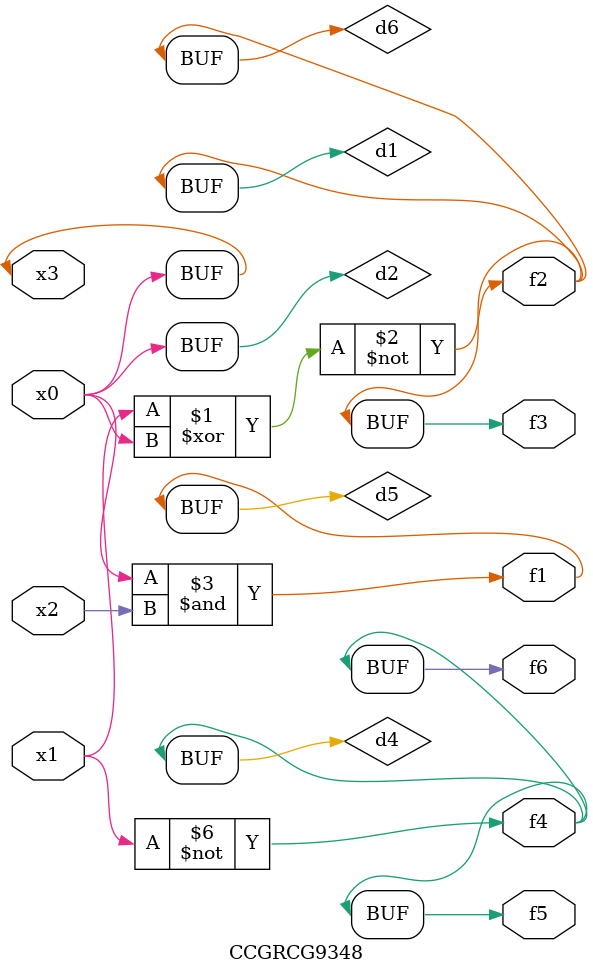
<source format=v>
module CCGRCG9348(
	input x0, x1, x2, x3,
	output f1, f2, f3, f4, f5, f6
);

	wire d1, d2, d3, d4, d5, d6;

	xnor (d1, x1, x3);
	buf (d2, x0, x3);
	nand (d3, x0, x2);
	not (d4, x1);
	nand (d5, d3);
	or (d6, d1);
	assign f1 = d5;
	assign f2 = d6;
	assign f3 = d6;
	assign f4 = d4;
	assign f5 = d4;
	assign f6 = d4;
endmodule

</source>
